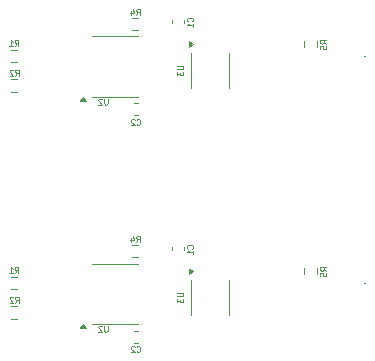
<source format=gbo>
%TF.GenerationSoftware,KiCad,Pcbnew,9.0.1*%
%TF.CreationDate,2025-04-29T19:20:25+09:00*%
%TF.ProjectId,ATtiny328P.kicad_pcb,41547469-6e79-4333-9238-502e6b696361,rev?*%
%TF.SameCoordinates,Original*%
%TF.FileFunction,Legend,Bot*%
%TF.FilePolarity,Positive*%
%FSLAX46Y46*%
G04 Gerber Fmt 4.6, Leading zero omitted, Abs format (unit mm)*
G04 Created by KiCad (PCBNEW 9.0.1) date 2025-04-29 19:20:25*
%MOMM*%
%LPD*%
G01*
G04 APERTURE LIST*
%ADD10C,0.062500*%
%ADD11C,0.120000*%
%ADD12C,0.100000*%
G04 APERTURE END LIST*
D10*
X135130952Y-74038059D02*
X135130952Y-74442821D01*
X135130952Y-74442821D02*
X135107142Y-74490440D01*
X135107142Y-74490440D02*
X135083333Y-74514250D01*
X135083333Y-74514250D02*
X135035714Y-74538059D01*
X135035714Y-74538059D02*
X134940476Y-74538059D01*
X134940476Y-74538059D02*
X134892857Y-74514250D01*
X134892857Y-74514250D02*
X134869047Y-74490440D01*
X134869047Y-74490440D02*
X134845238Y-74442821D01*
X134845238Y-74442821D02*
X134845238Y-74038059D01*
X134630951Y-74085678D02*
X134607142Y-74061869D01*
X134607142Y-74061869D02*
X134559523Y-74038059D01*
X134559523Y-74038059D02*
X134440475Y-74038059D01*
X134440475Y-74038059D02*
X134392856Y-74061869D01*
X134392856Y-74061869D02*
X134369047Y-74085678D01*
X134369047Y-74085678D02*
X134345237Y-74133297D01*
X134345237Y-74133297D02*
X134345237Y-74180916D01*
X134345237Y-74180916D02*
X134369047Y-74252345D01*
X134369047Y-74252345D02*
X134654761Y-74538059D01*
X134654761Y-74538059D02*
X134345237Y-74538059D01*
X137563333Y-66928059D02*
X137729999Y-66689964D01*
X137849047Y-66928059D02*
X137849047Y-66428059D01*
X137849047Y-66428059D02*
X137658571Y-66428059D01*
X137658571Y-66428059D02*
X137610952Y-66451869D01*
X137610952Y-66451869D02*
X137587142Y-66475678D01*
X137587142Y-66475678D02*
X137563333Y-66523297D01*
X137563333Y-66523297D02*
X137563333Y-66594726D01*
X137563333Y-66594726D02*
X137587142Y-66642345D01*
X137587142Y-66642345D02*
X137610952Y-66666154D01*
X137610952Y-66666154D02*
X137658571Y-66689964D01*
X137658571Y-66689964D02*
X137849047Y-66689964D01*
X137134761Y-66594726D02*
X137134761Y-66928059D01*
X137253809Y-66404250D02*
X137372856Y-66761392D01*
X137372856Y-66761392D02*
X137063333Y-66761392D01*
X127283333Y-69558059D02*
X127449999Y-69319964D01*
X127569047Y-69558059D02*
X127569047Y-69058059D01*
X127569047Y-69058059D02*
X127378571Y-69058059D01*
X127378571Y-69058059D02*
X127330952Y-69081869D01*
X127330952Y-69081869D02*
X127307142Y-69105678D01*
X127307142Y-69105678D02*
X127283333Y-69153297D01*
X127283333Y-69153297D02*
X127283333Y-69224726D01*
X127283333Y-69224726D02*
X127307142Y-69272345D01*
X127307142Y-69272345D02*
X127330952Y-69296154D01*
X127330952Y-69296154D02*
X127378571Y-69319964D01*
X127378571Y-69319964D02*
X127569047Y-69319964D01*
X126807142Y-69558059D02*
X127092856Y-69558059D01*
X126949999Y-69558059D02*
X126949999Y-69058059D01*
X126949999Y-69058059D02*
X126997618Y-69129488D01*
X126997618Y-69129488D02*
X127045237Y-69177107D01*
X127045237Y-69177107D02*
X127092856Y-69200916D01*
X137603333Y-76210440D02*
X137627142Y-76234250D01*
X137627142Y-76234250D02*
X137698571Y-76258059D01*
X137698571Y-76258059D02*
X137746190Y-76258059D01*
X137746190Y-76258059D02*
X137817618Y-76234250D01*
X137817618Y-76234250D02*
X137865237Y-76186630D01*
X137865237Y-76186630D02*
X137889047Y-76139011D01*
X137889047Y-76139011D02*
X137912856Y-76043773D01*
X137912856Y-76043773D02*
X137912856Y-75972345D01*
X137912856Y-75972345D02*
X137889047Y-75877107D01*
X137889047Y-75877107D02*
X137865237Y-75829488D01*
X137865237Y-75829488D02*
X137817618Y-75781869D01*
X137817618Y-75781869D02*
X137746190Y-75758059D01*
X137746190Y-75758059D02*
X137698571Y-75758059D01*
X137698571Y-75758059D02*
X137627142Y-75781869D01*
X137627142Y-75781869D02*
X137603333Y-75805678D01*
X137412856Y-75805678D02*
X137389047Y-75781869D01*
X137389047Y-75781869D02*
X137341428Y-75758059D01*
X137341428Y-75758059D02*
X137222380Y-75758059D01*
X137222380Y-75758059D02*
X137174761Y-75781869D01*
X137174761Y-75781869D02*
X137150952Y-75805678D01*
X137150952Y-75805678D02*
X137127142Y-75853297D01*
X137127142Y-75853297D02*
X137127142Y-75900916D01*
X137127142Y-75900916D02*
X137150952Y-75972345D01*
X137150952Y-75972345D02*
X137436666Y-76258059D01*
X137436666Y-76258059D02*
X137127142Y-76258059D01*
X142300440Y-67496666D02*
X142324250Y-67472857D01*
X142324250Y-67472857D02*
X142348059Y-67401428D01*
X142348059Y-67401428D02*
X142348059Y-67353809D01*
X142348059Y-67353809D02*
X142324250Y-67282381D01*
X142324250Y-67282381D02*
X142276630Y-67234762D01*
X142276630Y-67234762D02*
X142229011Y-67210952D01*
X142229011Y-67210952D02*
X142133773Y-67187143D01*
X142133773Y-67187143D02*
X142062345Y-67187143D01*
X142062345Y-67187143D02*
X141967107Y-67210952D01*
X141967107Y-67210952D02*
X141919488Y-67234762D01*
X141919488Y-67234762D02*
X141871869Y-67282381D01*
X141871869Y-67282381D02*
X141848059Y-67353809D01*
X141848059Y-67353809D02*
X141848059Y-67401428D01*
X141848059Y-67401428D02*
X141871869Y-67472857D01*
X141871869Y-67472857D02*
X141895678Y-67496666D01*
X142348059Y-67972857D02*
X142348059Y-67687143D01*
X142348059Y-67830000D02*
X141848059Y-67830000D01*
X141848059Y-67830000D02*
X141919488Y-67782381D01*
X141919488Y-67782381D02*
X141967107Y-67734762D01*
X141967107Y-67734762D02*
X141990916Y-67687143D01*
X141038059Y-71269047D02*
X141442821Y-71269047D01*
X141442821Y-71269047D02*
X141490440Y-71292857D01*
X141490440Y-71292857D02*
X141514250Y-71316666D01*
X141514250Y-71316666D02*
X141538059Y-71364285D01*
X141538059Y-71364285D02*
X141538059Y-71459523D01*
X141538059Y-71459523D02*
X141514250Y-71507142D01*
X141514250Y-71507142D02*
X141490440Y-71530952D01*
X141490440Y-71530952D02*
X141442821Y-71554761D01*
X141442821Y-71554761D02*
X141038059Y-71554761D01*
X141038059Y-71745238D02*
X141038059Y-72054762D01*
X141038059Y-72054762D02*
X141228535Y-71888095D01*
X141228535Y-71888095D02*
X141228535Y-71959524D01*
X141228535Y-71959524D02*
X141252345Y-72007143D01*
X141252345Y-72007143D02*
X141276154Y-72030952D01*
X141276154Y-72030952D02*
X141323773Y-72054762D01*
X141323773Y-72054762D02*
X141442821Y-72054762D01*
X141442821Y-72054762D02*
X141490440Y-72030952D01*
X141490440Y-72030952D02*
X141514250Y-72007143D01*
X141514250Y-72007143D02*
X141538059Y-71959524D01*
X141538059Y-71959524D02*
X141538059Y-71816667D01*
X141538059Y-71816667D02*
X141514250Y-71769048D01*
X141514250Y-71769048D02*
X141490440Y-71745238D01*
X153648059Y-69386666D02*
X153409964Y-69220000D01*
X153648059Y-69100952D02*
X153148059Y-69100952D01*
X153148059Y-69100952D02*
X153148059Y-69291428D01*
X153148059Y-69291428D02*
X153171869Y-69339047D01*
X153171869Y-69339047D02*
X153195678Y-69362857D01*
X153195678Y-69362857D02*
X153243297Y-69386666D01*
X153243297Y-69386666D02*
X153314726Y-69386666D01*
X153314726Y-69386666D02*
X153362345Y-69362857D01*
X153362345Y-69362857D02*
X153386154Y-69339047D01*
X153386154Y-69339047D02*
X153409964Y-69291428D01*
X153409964Y-69291428D02*
X153409964Y-69100952D01*
X153148059Y-69839047D02*
X153148059Y-69600952D01*
X153148059Y-69600952D02*
X153386154Y-69577143D01*
X153386154Y-69577143D02*
X153362345Y-69600952D01*
X153362345Y-69600952D02*
X153338535Y-69648571D01*
X153338535Y-69648571D02*
X153338535Y-69767619D01*
X153338535Y-69767619D02*
X153362345Y-69815238D01*
X153362345Y-69815238D02*
X153386154Y-69839047D01*
X153386154Y-69839047D02*
X153433773Y-69862857D01*
X153433773Y-69862857D02*
X153552821Y-69862857D01*
X153552821Y-69862857D02*
X153600440Y-69839047D01*
X153600440Y-69839047D02*
X153624250Y-69815238D01*
X153624250Y-69815238D02*
X153648059Y-69767619D01*
X153648059Y-69767619D02*
X153648059Y-69648571D01*
X153648059Y-69648571D02*
X153624250Y-69600952D01*
X153624250Y-69600952D02*
X153600440Y-69577143D01*
X127303333Y-72078059D02*
X127469999Y-71839964D01*
X127589047Y-72078059D02*
X127589047Y-71578059D01*
X127589047Y-71578059D02*
X127398571Y-71578059D01*
X127398571Y-71578059D02*
X127350952Y-71601869D01*
X127350952Y-71601869D02*
X127327142Y-71625678D01*
X127327142Y-71625678D02*
X127303333Y-71673297D01*
X127303333Y-71673297D02*
X127303333Y-71744726D01*
X127303333Y-71744726D02*
X127327142Y-71792345D01*
X127327142Y-71792345D02*
X127350952Y-71816154D01*
X127350952Y-71816154D02*
X127398571Y-71839964D01*
X127398571Y-71839964D02*
X127589047Y-71839964D01*
X127112856Y-71625678D02*
X127089047Y-71601869D01*
X127089047Y-71601869D02*
X127041428Y-71578059D01*
X127041428Y-71578059D02*
X126922380Y-71578059D01*
X126922380Y-71578059D02*
X126874761Y-71601869D01*
X126874761Y-71601869D02*
X126850952Y-71625678D01*
X126850952Y-71625678D02*
X126827142Y-71673297D01*
X126827142Y-71673297D02*
X126827142Y-71720916D01*
X126827142Y-71720916D02*
X126850952Y-71792345D01*
X126850952Y-71792345D02*
X127136666Y-72078059D01*
X127136666Y-72078059D02*
X126827142Y-72078059D01*
X135130952Y-93268059D02*
X135130952Y-93672821D01*
X135130952Y-93672821D02*
X135107142Y-93720440D01*
X135107142Y-93720440D02*
X135083333Y-93744250D01*
X135083333Y-93744250D02*
X135035714Y-93768059D01*
X135035714Y-93768059D02*
X134940476Y-93768059D01*
X134940476Y-93768059D02*
X134892857Y-93744250D01*
X134892857Y-93744250D02*
X134869047Y-93720440D01*
X134869047Y-93720440D02*
X134845238Y-93672821D01*
X134845238Y-93672821D02*
X134845238Y-93268059D01*
X134630951Y-93315678D02*
X134607142Y-93291869D01*
X134607142Y-93291869D02*
X134559523Y-93268059D01*
X134559523Y-93268059D02*
X134440475Y-93268059D01*
X134440475Y-93268059D02*
X134392856Y-93291869D01*
X134392856Y-93291869D02*
X134369047Y-93315678D01*
X134369047Y-93315678D02*
X134345237Y-93363297D01*
X134345237Y-93363297D02*
X134345237Y-93410916D01*
X134345237Y-93410916D02*
X134369047Y-93482345D01*
X134369047Y-93482345D02*
X134654761Y-93768059D01*
X134654761Y-93768059D02*
X134345237Y-93768059D01*
X137563333Y-86158059D02*
X137729999Y-85919964D01*
X137849047Y-86158059D02*
X137849047Y-85658059D01*
X137849047Y-85658059D02*
X137658571Y-85658059D01*
X137658571Y-85658059D02*
X137610952Y-85681869D01*
X137610952Y-85681869D02*
X137587142Y-85705678D01*
X137587142Y-85705678D02*
X137563333Y-85753297D01*
X137563333Y-85753297D02*
X137563333Y-85824726D01*
X137563333Y-85824726D02*
X137587142Y-85872345D01*
X137587142Y-85872345D02*
X137610952Y-85896154D01*
X137610952Y-85896154D02*
X137658571Y-85919964D01*
X137658571Y-85919964D02*
X137849047Y-85919964D01*
X137134761Y-85824726D02*
X137134761Y-86158059D01*
X137253809Y-85634250D02*
X137372856Y-85991392D01*
X137372856Y-85991392D02*
X137063333Y-85991392D01*
X127283333Y-88788059D02*
X127449999Y-88549964D01*
X127569047Y-88788059D02*
X127569047Y-88288059D01*
X127569047Y-88288059D02*
X127378571Y-88288059D01*
X127378571Y-88288059D02*
X127330952Y-88311869D01*
X127330952Y-88311869D02*
X127307142Y-88335678D01*
X127307142Y-88335678D02*
X127283333Y-88383297D01*
X127283333Y-88383297D02*
X127283333Y-88454726D01*
X127283333Y-88454726D02*
X127307142Y-88502345D01*
X127307142Y-88502345D02*
X127330952Y-88526154D01*
X127330952Y-88526154D02*
X127378571Y-88549964D01*
X127378571Y-88549964D02*
X127569047Y-88549964D01*
X126807142Y-88788059D02*
X127092856Y-88788059D01*
X126949999Y-88788059D02*
X126949999Y-88288059D01*
X126949999Y-88288059D02*
X126997618Y-88359488D01*
X126997618Y-88359488D02*
X127045237Y-88407107D01*
X127045237Y-88407107D02*
X127092856Y-88430916D01*
X137603333Y-95440440D02*
X137627142Y-95464250D01*
X137627142Y-95464250D02*
X137698571Y-95488059D01*
X137698571Y-95488059D02*
X137746190Y-95488059D01*
X137746190Y-95488059D02*
X137817618Y-95464250D01*
X137817618Y-95464250D02*
X137865237Y-95416630D01*
X137865237Y-95416630D02*
X137889047Y-95369011D01*
X137889047Y-95369011D02*
X137912856Y-95273773D01*
X137912856Y-95273773D02*
X137912856Y-95202345D01*
X137912856Y-95202345D02*
X137889047Y-95107107D01*
X137889047Y-95107107D02*
X137865237Y-95059488D01*
X137865237Y-95059488D02*
X137817618Y-95011869D01*
X137817618Y-95011869D02*
X137746190Y-94988059D01*
X137746190Y-94988059D02*
X137698571Y-94988059D01*
X137698571Y-94988059D02*
X137627142Y-95011869D01*
X137627142Y-95011869D02*
X137603333Y-95035678D01*
X137412856Y-95035678D02*
X137389047Y-95011869D01*
X137389047Y-95011869D02*
X137341428Y-94988059D01*
X137341428Y-94988059D02*
X137222380Y-94988059D01*
X137222380Y-94988059D02*
X137174761Y-95011869D01*
X137174761Y-95011869D02*
X137150952Y-95035678D01*
X137150952Y-95035678D02*
X137127142Y-95083297D01*
X137127142Y-95083297D02*
X137127142Y-95130916D01*
X137127142Y-95130916D02*
X137150952Y-95202345D01*
X137150952Y-95202345D02*
X137436666Y-95488059D01*
X137436666Y-95488059D02*
X137127142Y-95488059D01*
X142300440Y-86726666D02*
X142324250Y-86702857D01*
X142324250Y-86702857D02*
X142348059Y-86631428D01*
X142348059Y-86631428D02*
X142348059Y-86583809D01*
X142348059Y-86583809D02*
X142324250Y-86512381D01*
X142324250Y-86512381D02*
X142276630Y-86464762D01*
X142276630Y-86464762D02*
X142229011Y-86440952D01*
X142229011Y-86440952D02*
X142133773Y-86417143D01*
X142133773Y-86417143D02*
X142062345Y-86417143D01*
X142062345Y-86417143D02*
X141967107Y-86440952D01*
X141967107Y-86440952D02*
X141919488Y-86464762D01*
X141919488Y-86464762D02*
X141871869Y-86512381D01*
X141871869Y-86512381D02*
X141848059Y-86583809D01*
X141848059Y-86583809D02*
X141848059Y-86631428D01*
X141848059Y-86631428D02*
X141871869Y-86702857D01*
X141871869Y-86702857D02*
X141895678Y-86726666D01*
X142348059Y-87202857D02*
X142348059Y-86917143D01*
X142348059Y-87060000D02*
X141848059Y-87060000D01*
X141848059Y-87060000D02*
X141919488Y-87012381D01*
X141919488Y-87012381D02*
X141967107Y-86964762D01*
X141967107Y-86964762D02*
X141990916Y-86917143D01*
X141038059Y-90499047D02*
X141442821Y-90499047D01*
X141442821Y-90499047D02*
X141490440Y-90522857D01*
X141490440Y-90522857D02*
X141514250Y-90546666D01*
X141514250Y-90546666D02*
X141538059Y-90594285D01*
X141538059Y-90594285D02*
X141538059Y-90689523D01*
X141538059Y-90689523D02*
X141514250Y-90737142D01*
X141514250Y-90737142D02*
X141490440Y-90760952D01*
X141490440Y-90760952D02*
X141442821Y-90784761D01*
X141442821Y-90784761D02*
X141038059Y-90784761D01*
X141038059Y-90975238D02*
X141038059Y-91284762D01*
X141038059Y-91284762D02*
X141228535Y-91118095D01*
X141228535Y-91118095D02*
X141228535Y-91189524D01*
X141228535Y-91189524D02*
X141252345Y-91237143D01*
X141252345Y-91237143D02*
X141276154Y-91260952D01*
X141276154Y-91260952D02*
X141323773Y-91284762D01*
X141323773Y-91284762D02*
X141442821Y-91284762D01*
X141442821Y-91284762D02*
X141490440Y-91260952D01*
X141490440Y-91260952D02*
X141514250Y-91237143D01*
X141514250Y-91237143D02*
X141538059Y-91189524D01*
X141538059Y-91189524D02*
X141538059Y-91046667D01*
X141538059Y-91046667D02*
X141514250Y-90999048D01*
X141514250Y-90999048D02*
X141490440Y-90975238D01*
X153648059Y-88616666D02*
X153409964Y-88450000D01*
X153648059Y-88330952D02*
X153148059Y-88330952D01*
X153148059Y-88330952D02*
X153148059Y-88521428D01*
X153148059Y-88521428D02*
X153171869Y-88569047D01*
X153171869Y-88569047D02*
X153195678Y-88592857D01*
X153195678Y-88592857D02*
X153243297Y-88616666D01*
X153243297Y-88616666D02*
X153314726Y-88616666D01*
X153314726Y-88616666D02*
X153362345Y-88592857D01*
X153362345Y-88592857D02*
X153386154Y-88569047D01*
X153386154Y-88569047D02*
X153409964Y-88521428D01*
X153409964Y-88521428D02*
X153409964Y-88330952D01*
X153148059Y-89069047D02*
X153148059Y-88830952D01*
X153148059Y-88830952D02*
X153386154Y-88807143D01*
X153386154Y-88807143D02*
X153362345Y-88830952D01*
X153362345Y-88830952D02*
X153338535Y-88878571D01*
X153338535Y-88878571D02*
X153338535Y-88997619D01*
X153338535Y-88997619D02*
X153362345Y-89045238D01*
X153362345Y-89045238D02*
X153386154Y-89069047D01*
X153386154Y-89069047D02*
X153433773Y-89092857D01*
X153433773Y-89092857D02*
X153552821Y-89092857D01*
X153552821Y-89092857D02*
X153600440Y-89069047D01*
X153600440Y-89069047D02*
X153624250Y-89045238D01*
X153624250Y-89045238D02*
X153648059Y-88997619D01*
X153648059Y-88997619D02*
X153648059Y-88878571D01*
X153648059Y-88878571D02*
X153624250Y-88830952D01*
X153624250Y-88830952D02*
X153600440Y-88807143D01*
X127303333Y-91308059D02*
X127469999Y-91069964D01*
X127589047Y-91308059D02*
X127589047Y-90808059D01*
X127589047Y-90808059D02*
X127398571Y-90808059D01*
X127398571Y-90808059D02*
X127350952Y-90831869D01*
X127350952Y-90831869D02*
X127327142Y-90855678D01*
X127327142Y-90855678D02*
X127303333Y-90903297D01*
X127303333Y-90903297D02*
X127303333Y-90974726D01*
X127303333Y-90974726D02*
X127327142Y-91022345D01*
X127327142Y-91022345D02*
X127350952Y-91046154D01*
X127350952Y-91046154D02*
X127398571Y-91069964D01*
X127398571Y-91069964D02*
X127589047Y-91069964D01*
X127112856Y-90855678D02*
X127089047Y-90831869D01*
X127089047Y-90831869D02*
X127041428Y-90808059D01*
X127041428Y-90808059D02*
X126922380Y-90808059D01*
X126922380Y-90808059D02*
X126874761Y-90831869D01*
X126874761Y-90831869D02*
X126850952Y-90855678D01*
X126850952Y-90855678D02*
X126827142Y-90903297D01*
X126827142Y-90903297D02*
X126827142Y-90950916D01*
X126827142Y-90950916D02*
X126850952Y-91022345D01*
X126850952Y-91022345D02*
X127136666Y-91308059D01*
X127136666Y-91308059D02*
X126827142Y-91308059D01*
D11*
%TO.C,U2*%
X135757500Y-68770000D02*
X133807500Y-68770000D01*
X135757500Y-68770000D02*
X137707500Y-68770000D01*
X135757500Y-73890000D02*
X133807500Y-73890000D01*
X135757500Y-73890000D02*
X137707500Y-73890000D01*
X133285000Y-74220000D02*
X132805000Y-74220000D01*
X133045000Y-73890000D01*
X133285000Y-74220000D01*
G36*
X133285000Y-74220000D02*
G01*
X132805000Y-74220000D01*
X133045000Y-73890000D01*
X133285000Y-74220000D01*
G37*
%TO.C,R4*%
X137742224Y-67197500D02*
X137232776Y-67197500D01*
X137742224Y-68242500D02*
X137232776Y-68242500D01*
%TO.C,R1*%
X127462224Y-69877500D02*
X126952776Y-69877500D01*
X127462224Y-70922500D02*
X126952776Y-70922500D01*
D12*
%TO.C,SW2*%
X156855000Y-70440000D02*
X156855000Y-70440000D01*
X156955000Y-70440000D02*
X156955000Y-70440000D01*
X156855000Y-70440000D02*
G75*
G02*
X156955000Y-70440000I50000J0D01*
G01*
X156955000Y-70440000D02*
G75*
G02*
X156855000Y-70440000I-50000J0D01*
G01*
D11*
%TO.C,C2*%
X137673767Y-74440000D02*
X137381233Y-74440000D01*
X137673767Y-75460000D02*
X137381233Y-75460000D01*
%TO.C,C1*%
X140560000Y-67633767D02*
X140560000Y-67341233D01*
X141580000Y-67633767D02*
X141580000Y-67341233D01*
%TO.C,U3*%
X142150000Y-71650000D02*
X142150000Y-70150000D01*
X142150000Y-71650000D02*
X142150000Y-73150000D01*
X145370000Y-71650000D02*
X145370000Y-70150000D01*
X145370000Y-71650000D02*
X145370000Y-73150000D01*
X142350000Y-69437500D02*
X142020000Y-69677500D01*
X142020000Y-69197500D01*
X142350000Y-69437500D01*
G36*
X142350000Y-69437500D02*
G01*
X142020000Y-69677500D01*
X142020000Y-69197500D01*
X142350000Y-69437500D01*
G37*
%TO.C,R5*%
X151777500Y-69692224D02*
X151777500Y-69182776D01*
X152822500Y-69692224D02*
X152822500Y-69182776D01*
%TO.C,R2*%
X127462224Y-72387500D02*
X126952776Y-72387500D01*
X127462224Y-73432500D02*
X126952776Y-73432500D01*
%TO.C,U2*%
X135757500Y-88000000D02*
X133807500Y-88000000D01*
X135757500Y-88000000D02*
X137707500Y-88000000D01*
X135757500Y-93120000D02*
X133807500Y-93120000D01*
X135757500Y-93120000D02*
X137707500Y-93120000D01*
X133285000Y-93450000D02*
X132805000Y-93450000D01*
X133045000Y-93120000D01*
X133285000Y-93450000D01*
G36*
X133285000Y-93450000D02*
G01*
X132805000Y-93450000D01*
X133045000Y-93120000D01*
X133285000Y-93450000D01*
G37*
%TO.C,R4*%
X137742224Y-86427500D02*
X137232776Y-86427500D01*
X137742224Y-87472500D02*
X137232776Y-87472500D01*
%TO.C,R1*%
X127462224Y-89107500D02*
X126952776Y-89107500D01*
X127462224Y-90152500D02*
X126952776Y-90152500D01*
D12*
%TO.C,SW2*%
X156855000Y-89670000D02*
X156855000Y-89670000D01*
X156955000Y-89670000D02*
X156955000Y-89670000D01*
X156855000Y-89670000D02*
G75*
G02*
X156955000Y-89670000I50000J0D01*
G01*
X156955000Y-89670000D02*
G75*
G02*
X156855000Y-89670000I-50000J0D01*
G01*
D11*
%TO.C,C2*%
X137673767Y-93670000D02*
X137381233Y-93670000D01*
X137673767Y-94690000D02*
X137381233Y-94690000D01*
%TO.C,C1*%
X140560000Y-86863767D02*
X140560000Y-86571233D01*
X141580000Y-86863767D02*
X141580000Y-86571233D01*
%TO.C,U3*%
X142150000Y-90880000D02*
X142150000Y-89380000D01*
X142150000Y-90880000D02*
X142150000Y-92380000D01*
X145370000Y-90880000D02*
X145370000Y-89380000D01*
X145370000Y-90880000D02*
X145370000Y-92380000D01*
X142350000Y-88667500D02*
X142020000Y-88907500D01*
X142020000Y-88427500D01*
X142350000Y-88667500D01*
G36*
X142350000Y-88667500D02*
G01*
X142020000Y-88907500D01*
X142020000Y-88427500D01*
X142350000Y-88667500D01*
G37*
%TO.C,R5*%
X151777500Y-88922224D02*
X151777500Y-88412776D01*
X152822500Y-88922224D02*
X152822500Y-88412776D01*
%TO.C,R2*%
X127462224Y-91617500D02*
X126952776Y-91617500D01*
X127462224Y-92662500D02*
X126952776Y-92662500D01*
%TD*%
M02*

</source>
